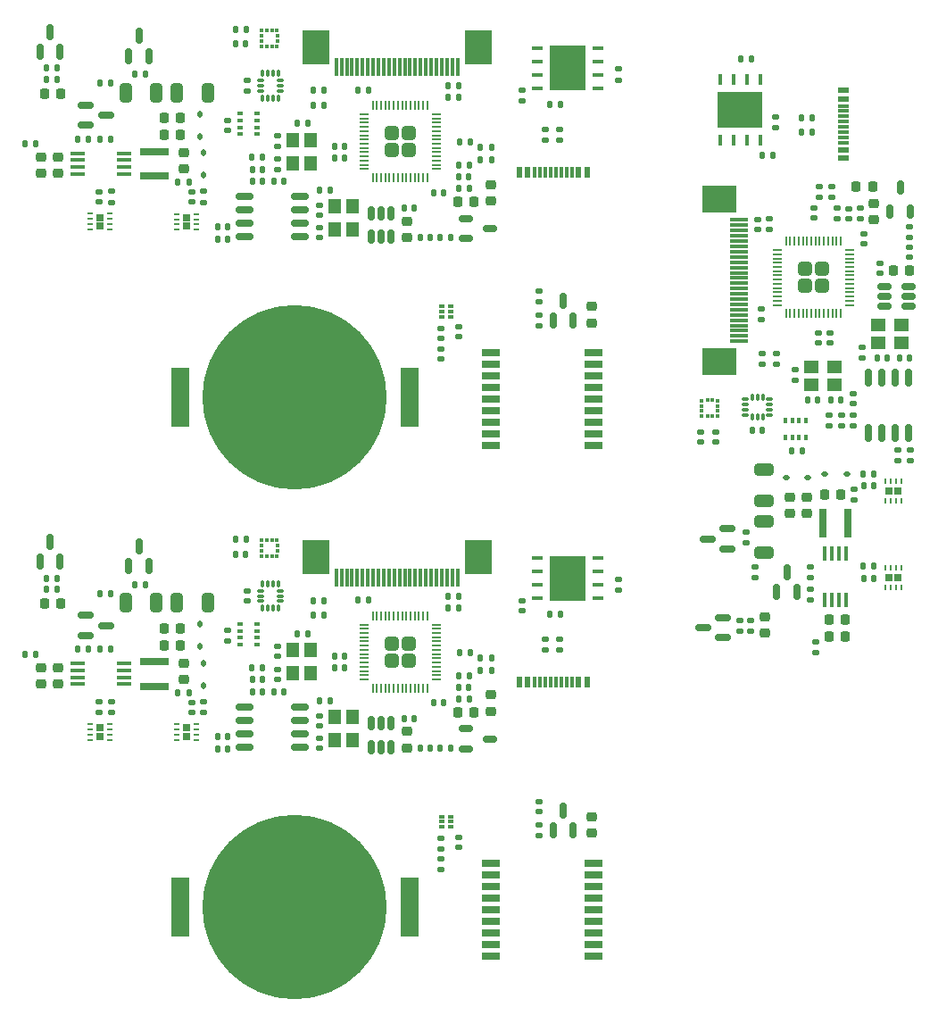
<source format=gbr>
%TF.GenerationSoftware,KiCad,Pcbnew,8.0.2*%
%TF.CreationDate,2024-05-05T17:49:43+09:00*%
%TF.ProjectId,ikafly_rev1_p,696b6166-6c79-45f7-9265-76315f702e6b,rev?*%
%TF.SameCoordinates,Original*%
%TF.FileFunction,Paste,Top*%
%TF.FilePolarity,Positive*%
%FSLAX46Y46*%
G04 Gerber Fmt 4.6, Leading zero omitted, Abs format (unit mm)*
G04 Created by KiCad (PCBNEW 8.0.2) date 2024-05-05 17:49:43*
%MOMM*%
%LPD*%
G01*
G04 APERTURE LIST*
G04 Aperture macros list*
%AMRoundRect*
0 Rectangle with rounded corners*
0 $1 Rounding radius*
0 $2 $3 $4 $5 $6 $7 $8 $9 X,Y pos of 4 corners*
0 Add a 4 corners polygon primitive as box body*
4,1,4,$2,$3,$4,$5,$6,$7,$8,$9,$2,$3,0*
0 Add four circle primitives for the rounded corners*
1,1,$1+$1,$2,$3*
1,1,$1+$1,$4,$5*
1,1,$1+$1,$6,$7*
1,1,$1+$1,$8,$9*
0 Add four rect primitives between the rounded corners*
20,1,$1+$1,$2,$3,$4,$5,0*
20,1,$1+$1,$4,$5,$6,$7,0*
20,1,$1+$1,$6,$7,$8,$9,0*
20,1,$1+$1,$8,$9,$2,$3,0*%
G04 Aperture macros list end*
%ADD10R,0.450000X1.425000*%
%ADD11RoundRect,0.135000X0.185000X-0.135000X0.185000X0.135000X-0.185000X0.135000X-0.185000X-0.135000X0*%
%ADD12RoundRect,0.140000X0.140000X0.170000X-0.140000X0.170000X-0.140000X-0.170000X0.140000X-0.170000X0*%
%ADD13RoundRect,0.140000X0.170000X-0.140000X0.170000X0.140000X-0.170000X0.140000X-0.170000X-0.140000X0*%
%ADD14RoundRect,0.135000X-0.185000X0.135000X-0.185000X-0.135000X0.185000X-0.135000X0.185000X0.135000X0*%
%ADD15RoundRect,0.225000X0.250000X-0.225000X0.250000X0.225000X-0.250000X0.225000X-0.250000X-0.225000X0*%
%ADD16RoundRect,0.225000X-0.250000X0.225000X-0.250000X-0.225000X0.250000X-0.225000X0.250000X0.225000X0*%
%ADD17RoundRect,0.150000X0.150000X-0.675000X0.150000X0.675000X-0.150000X0.675000X-0.150000X-0.675000X0*%
%ADD18RoundRect,0.250000X-0.650000X0.325000X-0.650000X-0.325000X0.650000X-0.325000X0.650000X0.325000X0*%
%ADD19RoundRect,0.140000X-0.170000X0.140000X-0.170000X-0.140000X0.170000X-0.140000X0.170000X0.140000X0*%
%ADD20RoundRect,0.147500X-0.172500X0.147500X-0.172500X-0.147500X0.172500X-0.147500X0.172500X0.147500X0*%
%ADD21R,1.400000X1.200000*%
%ADD22RoundRect,0.135000X0.135000X0.185000X-0.135000X0.185000X-0.135000X-0.185000X0.135000X-0.185000X0*%
%ADD23RoundRect,0.147500X0.172500X-0.147500X0.172500X0.147500X-0.172500X0.147500X-0.172500X-0.147500X0*%
%ADD24RoundRect,0.218750X0.256250X-0.218750X0.256250X0.218750X-0.256250X0.218750X-0.256250X-0.218750X0*%
%ADD25R,0.650000X0.750000*%
%ADD26R,0.250000X0.500000*%
%ADD27RoundRect,0.225000X0.225000X0.250000X-0.225000X0.250000X-0.225000X-0.250000X0.225000X-0.250000X0*%
%ADD28R,0.450000X1.050000*%
%ADD29R,4.350000X3.450000*%
%ADD30R,0.375000X0.350000*%
%ADD31R,0.350000X0.375000*%
%ADD32RoundRect,0.150000X0.587500X0.150000X-0.587500X0.150000X-0.587500X-0.150000X0.587500X-0.150000X0*%
%ADD33RoundRect,0.150000X0.150000X-0.512500X0.150000X0.512500X-0.150000X0.512500X-0.150000X-0.512500X0*%
%ADD34RoundRect,0.150000X0.512500X0.150000X-0.512500X0.150000X-0.512500X-0.150000X0.512500X-0.150000X0*%
%ADD35RoundRect,0.249999X-0.395001X-0.395001X0.395001X-0.395001X0.395001X0.395001X-0.395001X0.395001X0*%
%ADD36RoundRect,0.050000X-0.387500X-0.050000X0.387500X-0.050000X0.387500X0.050000X-0.387500X0.050000X0*%
%ADD37RoundRect,0.050000X-0.050000X-0.387500X0.050000X-0.387500X0.050000X0.387500X-0.050000X0.387500X0*%
%ADD38RoundRect,0.140000X-0.140000X-0.170000X0.140000X-0.170000X0.140000X0.170000X-0.140000X0.170000X0*%
%ADD39R,0.350000X0.500000*%
%ADD40RoundRect,0.150000X0.150000X-0.587500X0.150000X0.587500X-0.150000X0.587500X-0.150000X-0.587500X0*%
%ADD41RoundRect,0.087500X-0.225000X-0.087500X0.225000X-0.087500X0.225000X0.087500X-0.225000X0.087500X0*%
%ADD42RoundRect,0.087500X-0.087500X-0.225000X0.087500X-0.225000X0.087500X0.225000X-0.087500X0.225000X0*%
%ADD43RoundRect,0.218750X-0.218750X-0.256250X0.218750X-0.256250X0.218750X0.256250X-0.218750X0.256250X0*%
%ADD44RoundRect,0.112500X-0.187500X-0.112500X0.187500X-0.112500X0.187500X0.112500X-0.187500X0.112500X0*%
%ADD45RoundRect,0.112500X0.187500X0.112500X-0.187500X0.112500X-0.187500X-0.112500X0.187500X-0.112500X0*%
%ADD46R,3.200000X2.500000*%
%ADD47R,1.800000X0.350000*%
%ADD48R,1.140000X0.600000*%
%ADD49R,1.140000X0.300000*%
%ADD50RoundRect,0.225000X-0.225000X-0.250000X0.225000X-0.250000X0.225000X0.250000X-0.225000X0.250000X0*%
%ADD51R,0.800000X2.700000*%
%ADD52R,1.425000X0.450000*%
%ADD53RoundRect,0.135000X-0.135000X-0.185000X0.135000X-0.185000X0.135000X0.185000X-0.135000X0.185000X0*%
%ADD54RoundRect,0.150000X-0.675000X-0.150000X0.675000X-0.150000X0.675000X0.150000X-0.675000X0.150000X0*%
%ADD55RoundRect,0.250000X0.325000X0.650000X-0.325000X0.650000X-0.325000X-0.650000X0.325000X-0.650000X0*%
%ADD56RoundRect,0.147500X0.147500X0.172500X-0.147500X0.172500X-0.147500X-0.172500X0.147500X-0.172500X0*%
%ADD57R,0.600000X0.300000*%
%ADD58R,1.200000X1.400000*%
%ADD59RoundRect,0.147500X-0.147500X-0.172500X0.147500X-0.172500X0.147500X0.172500X-0.147500X0.172500X0*%
%ADD60R,0.750000X0.650000*%
%ADD61R,0.500000X0.250000*%
%ADD62R,1.050000X0.450000*%
%ADD63R,3.450000X4.350000*%
%ADD64RoundRect,0.150000X-0.512500X-0.150000X0.512500X-0.150000X0.512500X0.150000X-0.512500X0.150000X0*%
%ADD65R,1.750000X5.600000*%
%ADD66C,17.500000*%
%ADD67RoundRect,0.249999X-0.395001X0.395001X-0.395001X-0.395001X0.395001X-0.395001X0.395001X0.395001X0*%
%ADD68RoundRect,0.050000X-0.050000X0.387500X-0.050000X-0.387500X0.050000X-0.387500X0.050000X0.387500X0*%
%ADD69RoundRect,0.050000X-0.387500X0.050000X-0.387500X-0.050000X0.387500X-0.050000X0.387500X0.050000X0*%
%ADD70R,0.500000X0.350000*%
%ADD71RoundRect,0.150000X-0.587500X-0.150000X0.587500X-0.150000X0.587500X0.150000X-0.587500X0.150000X0*%
%ADD72RoundRect,0.087500X-0.087500X0.225000X-0.087500X-0.225000X0.087500X-0.225000X0.087500X0.225000X0*%
%ADD73RoundRect,0.087500X-0.225000X0.087500X-0.225000X-0.087500X0.225000X-0.087500X0.225000X0.087500X0*%
%ADD74RoundRect,0.218750X-0.256250X0.218750X-0.256250X-0.218750X0.256250X-0.218750X0.256250X0.218750X0*%
%ADD75RoundRect,0.112500X-0.112500X0.187500X-0.112500X-0.187500X0.112500X-0.187500X0.112500X0.187500X0*%
%ADD76RoundRect,0.112500X0.112500X-0.187500X0.112500X0.187500X-0.112500X0.187500X-0.112500X-0.187500X0*%
%ADD77R,2.500000X3.200000*%
%ADD78R,0.350000X1.800000*%
%ADD79R,0.600000X1.140000*%
%ADD80R,0.300000X1.140000*%
%ADD81R,1.800000X0.800000*%
%ADD82R,2.700000X0.800000*%
G04 APERTURE END LIST*
D10*
%TO.C,PS1*%
X168375000Y-102313000D03*
X167725000Y-102313000D03*
X167075000Y-102313000D03*
X166425000Y-102313000D03*
X166425000Y-106737000D03*
X167075000Y-106737000D03*
X167725000Y-106737000D03*
X168375000Y-106737000D03*
%TD*%
D11*
%TO.C,R4*%
X163600000Y-85910000D03*
X163600000Y-84890000D03*
%TD*%
D12*
%TO.C,C23*%
X160480000Y-90650000D03*
X159520000Y-90650000D03*
%TD*%
D13*
%TO.C,C27*%
X167950000Y-90180000D03*
X167950000Y-89220000D03*
%TD*%
D11*
%TO.C,R9*%
X161850000Y-84360000D03*
X161850000Y-83340000D03*
%TD*%
D14*
%TO.C,R22*%
X169150000Y-96190000D03*
X169150000Y-97210000D03*
%TD*%
D15*
%TO.C,C36*%
X171050000Y-70675000D03*
X171050000Y-69125000D03*
%TD*%
D11*
%TO.C,R5*%
X161750000Y-61910000D03*
X161750000Y-60890000D03*
%TD*%
D13*
%TO.C,C3*%
X165350000Y-70480000D03*
X165350000Y-69520000D03*
%TD*%
D16*
%TO.C,C41*%
X160750000Y-108325000D03*
X160750000Y-109875000D03*
%TD*%
D17*
%TO.C,IC10*%
X170540000Y-90925000D03*
X171810000Y-90925000D03*
X173080000Y-90925000D03*
X174350000Y-90925000D03*
X174350000Y-85675000D03*
X173080000Y-85675000D03*
X171810000Y-85675000D03*
X170540000Y-85675000D03*
%TD*%
D13*
%TO.C,C24*%
X154650000Y-91730000D03*
X154650000Y-90770000D03*
%TD*%
D18*
%TO.C,C37*%
X160650000Y-99250000D03*
X160650000Y-102200000D03*
%TD*%
D19*
%TO.C,C25*%
X156050000Y-90820000D03*
X156050000Y-91780000D03*
%TD*%
D20*
%TO.C,L4*%
X174430000Y-71355000D03*
X174430000Y-72325000D03*
%TD*%
D13*
%TO.C,C4*%
X167550000Y-70560000D03*
X167550000Y-69600000D03*
%TD*%
D19*
%TO.C,C5*%
X166850000Y-81420000D03*
X166850000Y-82380000D03*
%TD*%
D21*
%TO.C,Y2*%
X173650000Y-80640000D03*
X171450000Y-80640000D03*
X171450000Y-82340000D03*
X173650000Y-82340000D03*
%TD*%
D19*
%TO.C,C31*%
X174412500Y-73270000D03*
X174412500Y-74230000D03*
%TD*%
D11*
%TO.C,R8*%
X160450000Y-84360000D03*
X160450000Y-83340000D03*
%TD*%
D22*
%TO.C,R11*%
X165160000Y-62400000D03*
X164140000Y-62400000D03*
%TD*%
D23*
%TO.C,L3*%
X169100000Y-88135000D03*
X169100000Y-87165000D03*
%TD*%
D24*
%TO.C,F1*%
X164700000Y-98537500D03*
X164700000Y-96962500D03*
%TD*%
D19*
%TO.C,C30*%
X174550000Y-92520000D03*
X174550000Y-93480000D03*
%TD*%
D25*
%TO.C,IC14*%
X172520000Y-96400000D03*
X173320000Y-96400000D03*
D26*
X172170000Y-97350000D03*
X172670000Y-97350000D03*
X173170000Y-97350000D03*
X173670000Y-97350000D03*
X173670000Y-95450000D03*
X173170000Y-95450000D03*
X172670000Y-95450000D03*
X172170000Y-95450000D03*
%TD*%
D27*
%TO.C,C42*%
X168325000Y-108600000D03*
X166775000Y-108600000D03*
%TD*%
D22*
%TO.C,R3*%
X159460000Y-55400000D03*
X158440000Y-55400000D03*
%TD*%
D28*
%TO.C,IC1*%
X160250000Y-57400000D03*
X158980000Y-57400000D03*
X157710000Y-57400000D03*
X156440000Y-57400000D03*
X156440000Y-63100000D03*
X157710000Y-63100000D03*
X158980000Y-63100000D03*
X160250000Y-63100000D03*
D29*
X158345000Y-60250000D03*
%TD*%
D30*
%TO.C,IC8*%
X154737500Y-87812500D03*
X154737500Y-88312500D03*
X154737500Y-88812500D03*
X154737500Y-89312500D03*
D31*
X155250000Y-89325000D03*
X155750000Y-89325000D03*
D30*
X156262500Y-89312500D03*
X156262500Y-88812500D03*
X156262500Y-88312500D03*
X156262500Y-87812500D03*
D31*
X155750000Y-87800000D03*
X155250000Y-87800000D03*
%TD*%
D32*
%TO.C,Q2*%
X157185000Y-101880000D03*
X157185000Y-99980000D03*
X155310000Y-100930000D03*
%TD*%
D22*
%TO.C,R28*%
X171060000Y-94800000D03*
X170040000Y-94800000D03*
%TD*%
D13*
%TO.C,C28*%
X169100000Y-90180000D03*
X169100000Y-89220000D03*
%TD*%
D33*
%TO.C,IC12*%
X172600000Y-69875000D03*
X174500000Y-69875000D03*
X173550000Y-67600000D03*
%TD*%
D21*
%TO.C,Y1*%
X165150000Y-86300000D03*
X167350000Y-86300000D03*
X167350000Y-84600000D03*
X165150000Y-84600000D03*
%TD*%
D12*
%TO.C,C32*%
X174430000Y-83790000D03*
X173470000Y-83790000D03*
%TD*%
D14*
%TO.C,R19*%
X158950000Y-100290000D03*
X158950000Y-101310000D03*
%TD*%
D11*
%TO.C,R21*%
X165050000Y-104610000D03*
X165050000Y-103590000D03*
%TD*%
D34*
%TO.C,IC11*%
X174350000Y-78900000D03*
X174350000Y-77950000D03*
X174350000Y-77000000D03*
X172075000Y-77000000D03*
X172075000Y-77950000D03*
X172075000Y-78900000D03*
%TD*%
D35*
%TO.C,IC2*%
X164512500Y-75350000D03*
X164512500Y-76950000D03*
X166112500Y-75350000D03*
X166112500Y-76950000D03*
D36*
X161875000Y-73550000D03*
X161875000Y-73950000D03*
X161875000Y-74350000D03*
X161875000Y-74750000D03*
X161875000Y-75150000D03*
X161875000Y-75550000D03*
X161875000Y-75950000D03*
X161875000Y-76350000D03*
X161875000Y-76750000D03*
X161875000Y-77150000D03*
X161875000Y-77550000D03*
X161875000Y-77950000D03*
X161875000Y-78350000D03*
X161875000Y-78750000D03*
D37*
X162712500Y-79587500D03*
X163112500Y-79587500D03*
X163512500Y-79587500D03*
X163912500Y-79587500D03*
X164312500Y-79587500D03*
X164712500Y-79587500D03*
X165112500Y-79587500D03*
X165512500Y-79587500D03*
X165912500Y-79587500D03*
X166312500Y-79587500D03*
X166712500Y-79587500D03*
X167112500Y-79587500D03*
X167512500Y-79587500D03*
X167912500Y-79587500D03*
D36*
X168750000Y-78750000D03*
X168750000Y-78350000D03*
X168750000Y-77950000D03*
X168750000Y-77550000D03*
X168750000Y-77150000D03*
X168750000Y-76750000D03*
X168750000Y-76350000D03*
X168750000Y-75950000D03*
X168750000Y-75550000D03*
X168750000Y-75150000D03*
X168750000Y-74750000D03*
X168750000Y-74350000D03*
X168750000Y-73950000D03*
X168750000Y-73550000D03*
D37*
X167912500Y-72712500D03*
X167512500Y-72712500D03*
X167112500Y-72712500D03*
X166712500Y-72712500D03*
X166312500Y-72712500D03*
X165912500Y-72712500D03*
X165512500Y-72712500D03*
X165112500Y-72712500D03*
X164712500Y-72712500D03*
X164312500Y-72712500D03*
X163912500Y-72712500D03*
X163512500Y-72712500D03*
X163112500Y-72712500D03*
X162712500Y-72712500D03*
%TD*%
D12*
%TO.C,C46*%
X171050000Y-95900000D03*
X170090000Y-95900000D03*
%TD*%
D14*
%TO.C,R2*%
X167050000Y-67490000D03*
X167050000Y-68510000D03*
%TD*%
D11*
%TO.C,R15*%
X160400000Y-80110000D03*
X160400000Y-79090000D03*
%TD*%
D13*
%TO.C,C6*%
X161150000Y-71560000D03*
X161150000Y-70600000D03*
%TD*%
D14*
%TO.C,R23*%
X165050000Y-105680000D03*
X165050000Y-106700000D03*
%TD*%
D19*
%TO.C,C12*%
X170150000Y-72020000D03*
X170150000Y-72980000D03*
%TD*%
D38*
%TO.C,C11*%
X160470000Y-64600000D03*
X161430000Y-64600000D03*
%TD*%
D19*
%TO.C,C8*%
X165750000Y-81400000D03*
X165750000Y-82360000D03*
%TD*%
D13*
%TO.C,C33*%
X171600000Y-75760000D03*
X171600000Y-74800000D03*
%TD*%
%TO.C,C7*%
X169750000Y-70560000D03*
X169750000Y-69600000D03*
%TD*%
D12*
%TO.C,C44*%
X171030000Y-104700000D03*
X170070000Y-104700000D03*
%TD*%
D39*
%TO.C,IC9*%
X162669057Y-89705000D03*
X163319057Y-89705000D03*
X163969057Y-89705000D03*
X164619057Y-89705000D03*
X164609057Y-91305000D03*
X163959057Y-91305000D03*
X163309057Y-91305000D03*
X162659057Y-91305000D03*
%TD*%
D14*
%TO.C,R1*%
X165850000Y-67490000D03*
X165850000Y-68510000D03*
%TD*%
D19*
%TO.C,C29*%
X173350000Y-92520000D03*
X173350000Y-93480000D03*
%TD*%
D40*
%TO.C,Q3*%
X161850000Y-105937500D03*
X163750000Y-105937500D03*
X162800000Y-104062500D03*
%TD*%
D18*
%TO.C,C38*%
X160650000Y-94400000D03*
X160650000Y-97350000D03*
%TD*%
D11*
%TO.C,R16*%
X169950000Y-83800000D03*
X169950000Y-82780000D03*
%TD*%
D13*
%TO.C,C9*%
X160050000Y-71580000D03*
X160050000Y-70620000D03*
%TD*%
D27*
%TO.C,C43*%
X168325000Y-110200000D03*
X166775000Y-110200000D03*
%TD*%
%TO.C,C35*%
X170925000Y-67500000D03*
X169375000Y-67500000D03*
%TD*%
D14*
%TO.C,R20*%
X159750000Y-103560000D03*
X159750000Y-104580000D03*
%TD*%
D41*
%TO.C,IC7*%
X158837500Y-87700000D03*
X158837500Y-88200000D03*
X158837500Y-88700000D03*
X158837500Y-89200000D03*
D42*
X159500000Y-89362500D03*
X160000000Y-89362500D03*
X160500000Y-89362500D03*
D41*
X161162500Y-89200000D03*
X161162500Y-88700000D03*
X161162500Y-88200000D03*
X161162500Y-87700000D03*
D42*
X160500000Y-87537500D03*
X160000000Y-87537500D03*
X159500000Y-87537500D03*
%TD*%
D43*
%TO.C,L5*%
X172862500Y-75450000D03*
X174437500Y-75450000D03*
%TD*%
D44*
%TO.C,D4*%
X166400000Y-94800000D03*
X168500000Y-94800000D03*
%TD*%
D45*
%TO.C,D3*%
X164800000Y-95100000D03*
X162700000Y-95100000D03*
%TD*%
D46*
%TO.C,J8*%
X156350000Y-84150000D03*
X156350000Y-68750000D03*
D47*
X158250000Y-82200000D03*
X158250000Y-81700000D03*
X158250000Y-81200000D03*
X158250000Y-80700000D03*
X158250000Y-80200000D03*
X158250000Y-79700000D03*
X158250000Y-79200000D03*
X158250000Y-78700000D03*
X158250000Y-78200000D03*
X158250000Y-77700000D03*
X158250000Y-77200000D03*
X158250000Y-76700000D03*
X158250000Y-76200000D03*
X158250000Y-75700000D03*
X158250000Y-75200000D03*
X158250000Y-74700000D03*
X158250000Y-74200000D03*
X158250000Y-73700000D03*
X158250000Y-73200000D03*
X158250000Y-72700000D03*
X158250000Y-72200000D03*
X158250000Y-71700000D03*
X158250000Y-71200000D03*
X158250000Y-70700000D03*
%TD*%
D22*
%TO.C,R10*%
X165160000Y-61000000D03*
X164140000Y-61000000D03*
%TD*%
D32*
%TO.C,Q4*%
X156770000Y-110310000D03*
X156770000Y-108410000D03*
X154895000Y-109360000D03*
%TD*%
D25*
%TO.C,IC13*%
X172500000Y-104600000D03*
X173300000Y-104600000D03*
D26*
X172150000Y-105550000D03*
X172650000Y-105550000D03*
X173150000Y-105550000D03*
X173650000Y-105550000D03*
X173650000Y-103650000D03*
X173150000Y-103650000D03*
X172650000Y-103650000D03*
X172150000Y-103650000D03*
%TD*%
D11*
%TO.C,R26*%
X158320000Y-109730000D03*
X158320000Y-108710000D03*
%TD*%
D14*
%TO.C,R25*%
X159380000Y-108700000D03*
X159380000Y-109720000D03*
%TD*%
D48*
%TO.C,J6*%
X168200000Y-64820000D03*
X168200000Y-64020000D03*
D49*
X168200000Y-63370000D03*
X168200000Y-62870000D03*
X168200000Y-62370000D03*
X168200000Y-61870000D03*
X168200000Y-61370000D03*
X168200000Y-60870000D03*
X168200000Y-60370000D03*
X168200000Y-59870000D03*
D48*
X168200000Y-59220000D03*
X168200000Y-58420000D03*
%TD*%
D13*
%TO.C,C10*%
X168650000Y-70580000D03*
X168650000Y-69620000D03*
%TD*%
D50*
%TO.C,C40*%
X166375000Y-96700000D03*
X167925000Y-96700000D03*
%TD*%
D16*
%TO.C,C39*%
X163050000Y-96975000D03*
X163050000Y-98525000D03*
%TD*%
D12*
%TO.C,C26*%
X164230000Y-92550000D03*
X163270000Y-92550000D03*
%TD*%
D14*
%TO.C,R24*%
X165550000Y-110690000D03*
X165550000Y-111710000D03*
%TD*%
D38*
%TO.C,C2*%
X166970000Y-87750000D03*
X167930000Y-87750000D03*
%TD*%
D22*
%TO.C,R27*%
X171060000Y-103500000D03*
X170040000Y-103500000D03*
%TD*%
D12*
%TO.C,C1*%
X165730000Y-87750000D03*
X164770000Y-87750000D03*
%TD*%
D51*
%TO.C,L6*%
X166250000Y-99425000D03*
X168550000Y-99425000D03*
%TD*%
D23*
%TO.C,L2*%
X166800000Y-90185000D03*
X166800000Y-89215000D03*
%TD*%
D38*
%TO.C,C34*%
X171350000Y-83790000D03*
X172310000Y-83790000D03*
%TD*%
D52*
%TO.C,PS1*%
X99937000Y-114725000D03*
X99937000Y-114075000D03*
X99937000Y-113425000D03*
X99937000Y-112775000D03*
X95513000Y-112775000D03*
X95513000Y-113425000D03*
X95513000Y-114075000D03*
X95513000Y-114725000D03*
%TD*%
D53*
%TO.C,R4*%
X116340000Y-109950000D03*
X117360000Y-109950000D03*
%TD*%
D13*
%TO.C,C23*%
X111600000Y-106830000D03*
X111600000Y-105870000D03*
%TD*%
D38*
%TO.C,C27*%
X112070000Y-114300000D03*
X113030000Y-114300000D03*
%TD*%
D53*
%TO.C,R9*%
X117890000Y-108200000D03*
X118910000Y-108200000D03*
%TD*%
D22*
%TO.C,R22*%
X106060000Y-115500000D03*
X105040000Y-115500000D03*
%TD*%
D50*
%TO.C,C36*%
X131575000Y-117400000D03*
X133125000Y-117400000D03*
%TD*%
D53*
%TO.C,R5*%
X140340000Y-108100000D03*
X141360000Y-108100000D03*
%TD*%
D38*
%TO.C,C3*%
X131770000Y-111700000D03*
X132730000Y-111700000D03*
%TD*%
D27*
%TO.C,C41*%
X93925000Y-107100000D03*
X92375000Y-107100000D03*
%TD*%
D54*
%TO.C,IC10*%
X111325000Y-116890000D03*
X111325000Y-118160000D03*
X111325000Y-119430000D03*
X111325000Y-120700000D03*
X116575000Y-120700000D03*
X116575000Y-119430000D03*
X116575000Y-118160000D03*
X116575000Y-116890000D03*
%TD*%
D38*
%TO.C,C24*%
X110520000Y-101000000D03*
X111480000Y-101000000D03*
%TD*%
D13*
%TO.C,C13*%
X129950000Y-132280000D03*
X129950000Y-131320000D03*
%TD*%
D55*
%TO.C,C37*%
X103000000Y-107000000D03*
X100050000Y-107000000D03*
%TD*%
D12*
%TO.C,C25*%
X111430000Y-102400000D03*
X110470000Y-102400000D03*
%TD*%
D23*
%TO.C,L1*%
X129950000Y-130320000D03*
X129950000Y-129350000D03*
%TD*%
D56*
%TO.C,L4*%
X130895000Y-120780000D03*
X129925000Y-120780000D03*
%TD*%
D57*
%TO.C,IC3*%
X130030000Y-127262500D03*
X130030000Y-127752500D03*
X130030000Y-128272500D03*
X130870000Y-128262500D03*
X130870000Y-127762500D03*
X130870000Y-127262500D03*
%TD*%
D38*
%TO.C,C4*%
X131690000Y-113900000D03*
X132650000Y-113900000D03*
%TD*%
D12*
%TO.C,C5*%
X120830000Y-113200000D03*
X119870000Y-113200000D03*
%TD*%
D58*
%TO.C,Y2*%
X121610000Y-120000000D03*
X121610000Y-117800000D03*
X119910000Y-117800000D03*
X119910000Y-120000000D03*
%TD*%
D12*
%TO.C,C31*%
X128980000Y-120762500D03*
X128020000Y-120762500D03*
%TD*%
D15*
%TO.C,C16*%
X144300000Y-128850000D03*
X144300000Y-127300000D03*
%TD*%
D53*
%TO.C,R8*%
X117890000Y-106800000D03*
X118910000Y-106800000D03*
%TD*%
D11*
%TO.C,R11*%
X139850000Y-111510000D03*
X139850000Y-110490000D03*
%TD*%
D59*
%TO.C,L3*%
X114115000Y-115450000D03*
X115085000Y-115450000D03*
%TD*%
D43*
%TO.C,F1*%
X103712500Y-111050000D03*
X105287500Y-111050000D03*
%TD*%
D12*
%TO.C,C30*%
X109730000Y-120900000D03*
X108770000Y-120900000D03*
%TD*%
D60*
%TO.C,IC14*%
X105850000Y-118870000D03*
X105850000Y-119670000D03*
D61*
X104900000Y-118520000D03*
X104900000Y-119020000D03*
X104900000Y-119520000D03*
X104900000Y-120020000D03*
X106800000Y-120020000D03*
X106800000Y-119520000D03*
X106800000Y-119020000D03*
X106800000Y-118520000D03*
%TD*%
D15*
%TO.C,C42*%
X93650000Y-114675000D03*
X93650000Y-113125000D03*
%TD*%
D11*
%TO.C,R3*%
X146850000Y-105810000D03*
X146850000Y-104790000D03*
%TD*%
D62*
%TO.C,IC1*%
X144850000Y-106600000D03*
X144850000Y-105330000D03*
X144850000Y-104060000D03*
X144850000Y-102790000D03*
X139150000Y-102790000D03*
X139150000Y-104060000D03*
X139150000Y-105330000D03*
X139150000Y-106600000D03*
D63*
X142000000Y-104695000D03*
%TD*%
D31*
%TO.C,IC8*%
X114437500Y-101087500D03*
X113937500Y-101087500D03*
X113437500Y-101087500D03*
X112937500Y-101087500D03*
D30*
X112925000Y-101600000D03*
X112925000Y-102100000D03*
D31*
X112937500Y-102612500D03*
X113437500Y-102612500D03*
X113937500Y-102612500D03*
X114437500Y-102612500D03*
D30*
X114450000Y-102100000D03*
X114450000Y-101600000D03*
%TD*%
D13*
%TO.C,C15*%
X139300000Y-126810000D03*
X139300000Y-125850000D03*
%TD*%
D14*
%TO.C,R12*%
X139300000Y-128090000D03*
X139300000Y-129110000D03*
%TD*%
D40*
%TO.C,Q1*%
X140620000Y-128600000D03*
X142520000Y-128600000D03*
X141570000Y-126725000D03*
%TD*%
%TO.C,Q2*%
X100370000Y-103535000D03*
X102270000Y-103535000D03*
X101320000Y-101660000D03*
%TD*%
D11*
%TO.C,R28*%
X107450000Y-117410000D03*
X107450000Y-116390000D03*
%TD*%
D38*
%TO.C,C28*%
X112070000Y-115450000D03*
X113030000Y-115450000D03*
%TD*%
D64*
%TO.C,IC12*%
X132375000Y-118950000D03*
X132375000Y-120850000D03*
X134650000Y-119900000D03*
%TD*%
D65*
%TO.C,BT2*%
X105225000Y-135880000D03*
X126975000Y-135880000D03*
D66*
X116100000Y-135880000D03*
%TD*%
D58*
%TO.C,Y1*%
X115950000Y-111500000D03*
X115950000Y-113700000D03*
X117650000Y-113700000D03*
X117650000Y-111500000D03*
%TD*%
D13*
%TO.C,C32*%
X118460000Y-120780000D03*
X118460000Y-119820000D03*
%TD*%
D22*
%TO.C,R19*%
X101960000Y-105300000D03*
X100940000Y-105300000D03*
%TD*%
D53*
%TO.C,R21*%
X97640000Y-111400000D03*
X98660000Y-111400000D03*
%TD*%
D33*
%TO.C,IC11*%
X123350000Y-120700000D03*
X124300000Y-120700000D03*
X125250000Y-120700000D03*
X125250000Y-118425000D03*
X124300000Y-118425000D03*
X123350000Y-118425000D03*
%TD*%
D67*
%TO.C,IC2*%
X126900000Y-110862500D03*
X125300000Y-110862500D03*
X126900000Y-112462500D03*
X125300000Y-112462500D03*
D68*
X128700000Y-108225000D03*
X128300000Y-108225000D03*
X127900000Y-108225000D03*
X127500000Y-108225000D03*
X127100000Y-108225000D03*
X126700000Y-108225000D03*
X126300000Y-108225000D03*
X125900000Y-108225000D03*
X125500000Y-108225000D03*
X125100000Y-108225000D03*
X124700000Y-108225000D03*
X124300000Y-108225000D03*
X123900000Y-108225000D03*
X123500000Y-108225000D03*
D69*
X122662500Y-109062500D03*
X122662500Y-109462500D03*
X122662500Y-109862500D03*
X122662500Y-110262500D03*
X122662500Y-110662500D03*
X122662500Y-111062500D03*
X122662500Y-111462500D03*
X122662500Y-111862500D03*
X122662500Y-112262500D03*
X122662500Y-112662500D03*
X122662500Y-113062500D03*
X122662500Y-113462500D03*
X122662500Y-113862500D03*
X122662500Y-114262500D03*
D68*
X123500000Y-115100000D03*
X123900000Y-115100000D03*
X124300000Y-115100000D03*
X124700000Y-115100000D03*
X125100000Y-115100000D03*
X125500000Y-115100000D03*
X125900000Y-115100000D03*
X126300000Y-115100000D03*
X126700000Y-115100000D03*
X127100000Y-115100000D03*
X127500000Y-115100000D03*
X127900000Y-115100000D03*
X128300000Y-115100000D03*
X128700000Y-115100000D03*
D69*
X129537500Y-114262500D03*
X129537500Y-113862500D03*
X129537500Y-113462500D03*
X129537500Y-113062500D03*
X129537500Y-112662500D03*
X129537500Y-112262500D03*
X129537500Y-111862500D03*
X129537500Y-111462500D03*
X129537500Y-111062500D03*
X129537500Y-110662500D03*
X129537500Y-110262500D03*
X129537500Y-109862500D03*
X129537500Y-109462500D03*
X129537500Y-109062500D03*
%TD*%
D13*
%TO.C,C46*%
X106350000Y-117400000D03*
X106350000Y-116440000D03*
%TD*%
D22*
%TO.C,R2*%
X134760000Y-113400000D03*
X133740000Y-113400000D03*
%TD*%
D53*
%TO.C,R15*%
X122140000Y-106750000D03*
X123160000Y-106750000D03*
%TD*%
D38*
%TO.C,C6*%
X130690000Y-107500000D03*
X131650000Y-107500000D03*
%TD*%
D22*
%TO.C,R23*%
X96570000Y-111400000D03*
X95550000Y-111400000D03*
%TD*%
D12*
%TO.C,C12*%
X130230000Y-116500000D03*
X129270000Y-116500000D03*
%TD*%
D19*
%TO.C,C11*%
X137650000Y-106820000D03*
X137650000Y-107780000D03*
%TD*%
D12*
%TO.C,C8*%
X120850000Y-112100000D03*
X119890000Y-112100000D03*
%TD*%
D38*
%TO.C,C33*%
X126490000Y-117950000D03*
X127450000Y-117950000D03*
%TD*%
%TO.C,C7*%
X131690000Y-116100000D03*
X132650000Y-116100000D03*
%TD*%
D13*
%TO.C,C44*%
X97550000Y-117380000D03*
X97550000Y-116420000D03*
%TD*%
D70*
%TO.C,IC9*%
X112545000Y-109019057D03*
X112545000Y-109669057D03*
X112545000Y-110319057D03*
X112545000Y-110969057D03*
X110945000Y-110959057D03*
X110945000Y-110309057D03*
X110945000Y-109659057D03*
X110945000Y-109009057D03*
%TD*%
D22*
%TO.C,R1*%
X134760000Y-112200000D03*
X133740000Y-112200000D03*
%TD*%
D12*
%TO.C,C29*%
X109730000Y-119700000D03*
X108770000Y-119700000D03*
%TD*%
D71*
%TO.C,Q3*%
X96312500Y-108200000D03*
X96312500Y-110100000D03*
X98187500Y-109150000D03*
%TD*%
D55*
%TO.C,C38*%
X107850000Y-107000000D03*
X104900000Y-107000000D03*
%TD*%
D53*
%TO.C,R16*%
X118450000Y-116300000D03*
X119470000Y-116300000D03*
%TD*%
D38*
%TO.C,C9*%
X130670000Y-106400000D03*
X131630000Y-106400000D03*
%TD*%
D15*
%TO.C,C43*%
X92050000Y-114675000D03*
X92050000Y-113125000D03*
%TD*%
%TO.C,C35*%
X134750000Y-117275000D03*
X134750000Y-115725000D03*
%TD*%
D22*
%TO.C,R20*%
X98690000Y-106100000D03*
X97670000Y-106100000D03*
%TD*%
D72*
%TO.C,IC7*%
X114550000Y-105187500D03*
X114050000Y-105187500D03*
X113550000Y-105187500D03*
X113050000Y-105187500D03*
D73*
X112887500Y-105850000D03*
X112887500Y-106350000D03*
X112887500Y-106850000D03*
D72*
X113050000Y-107512500D03*
X113550000Y-107512500D03*
X114050000Y-107512500D03*
X114550000Y-107512500D03*
D73*
X114712500Y-106850000D03*
X114712500Y-106350000D03*
X114712500Y-105850000D03*
%TD*%
D74*
%TO.C,L5*%
X126800000Y-119212500D03*
X126800000Y-120787500D03*
%TD*%
D19*
%TO.C,C14*%
X131650000Y-129220000D03*
X131650000Y-130180000D03*
%TD*%
D75*
%TO.C,D4*%
X107450000Y-112750000D03*
X107450000Y-114850000D03*
%TD*%
D76*
%TO.C,D3*%
X107150000Y-111150000D03*
X107150000Y-109050000D03*
%TD*%
D77*
%TO.C,J8*%
X118100000Y-102700000D03*
X133500000Y-102700000D03*
D78*
X120050000Y-104600000D03*
X120550000Y-104600000D03*
X121050000Y-104600000D03*
X121550000Y-104600000D03*
X122050000Y-104600000D03*
X122550000Y-104600000D03*
X123050000Y-104600000D03*
X123550000Y-104600000D03*
X124050000Y-104600000D03*
X124550000Y-104600000D03*
X125050000Y-104600000D03*
X125550000Y-104600000D03*
X126050000Y-104600000D03*
X126550000Y-104600000D03*
X127050000Y-104600000D03*
X127550000Y-104600000D03*
X128050000Y-104600000D03*
X128550000Y-104600000D03*
X129050000Y-104600000D03*
X129550000Y-104600000D03*
X130050000Y-104600000D03*
X130550000Y-104600000D03*
X131050000Y-104600000D03*
X131550000Y-104600000D03*
%TD*%
D11*
%TO.C,R10*%
X141250000Y-111510000D03*
X141250000Y-110490000D03*
%TD*%
D40*
%TO.C,Q4*%
X91940000Y-103120000D03*
X93840000Y-103120000D03*
X92890000Y-101245000D03*
%TD*%
D60*
%TO.C,IC13*%
X97650000Y-118850000D03*
X97650000Y-119650000D03*
D61*
X96700000Y-118500000D03*
X96700000Y-119000000D03*
X96700000Y-119500000D03*
X96700000Y-120000000D03*
X98600000Y-120000000D03*
X98600000Y-119500000D03*
X98600000Y-119000000D03*
X98600000Y-118500000D03*
%TD*%
D53*
%TO.C,R26*%
X92520000Y-104670000D03*
X93540000Y-104670000D03*
%TD*%
D22*
%TO.C,R25*%
X93550000Y-105730000D03*
X92530000Y-105730000D03*
%TD*%
D79*
%TO.C,J6*%
X137430000Y-114550000D03*
X138230000Y-114550000D03*
D80*
X138880000Y-114550000D03*
X139380000Y-114550000D03*
X139880000Y-114550000D03*
X140380000Y-114550000D03*
X140880000Y-114550000D03*
X141380000Y-114550000D03*
X141880000Y-114550000D03*
X142380000Y-114550000D03*
D79*
X143030000Y-114550000D03*
X143830000Y-114550000D03*
%TD*%
D38*
%TO.C,C10*%
X131670000Y-115000000D03*
X132630000Y-115000000D03*
%TD*%
D16*
%TO.C,C40*%
X105550000Y-112725000D03*
X105550000Y-114275000D03*
%TD*%
D27*
%TO.C,C39*%
X105275000Y-109400000D03*
X103725000Y-109400000D03*
%TD*%
D13*
%TO.C,C26*%
X109700000Y-110580000D03*
X109700000Y-109620000D03*
%TD*%
D22*
%TO.C,R24*%
X91560000Y-111900000D03*
X90540000Y-111900000D03*
%TD*%
D19*
%TO.C,C2*%
X114500000Y-113320000D03*
X114500000Y-114280000D03*
%TD*%
D81*
%TO.C,IC4*%
X144450000Y-140500000D03*
X144450000Y-139400000D03*
X144450000Y-138300000D03*
X144450000Y-137200000D03*
X144450000Y-136100000D03*
X144450000Y-135000000D03*
X144450000Y-133900000D03*
X144450000Y-132800000D03*
X144450000Y-131700000D03*
X134750000Y-131700000D03*
X134750000Y-132800000D03*
X134750000Y-133900000D03*
X134750000Y-135000000D03*
X134750000Y-136100000D03*
X134750000Y-137200000D03*
X134750000Y-138300000D03*
X134750000Y-139400000D03*
X134750000Y-140500000D03*
%TD*%
D11*
%TO.C,R27*%
X98750000Y-117410000D03*
X98750000Y-116390000D03*
%TD*%
D13*
%TO.C,C1*%
X114500000Y-112080000D03*
X114500000Y-111120000D03*
%TD*%
D82*
%TO.C,L6*%
X102825000Y-112600000D03*
X102825000Y-114900000D03*
%TD*%
D59*
%TO.C,L2*%
X112065000Y-113150000D03*
X113035000Y-113150000D03*
%TD*%
D19*
%TO.C,C34*%
X118460000Y-117700000D03*
X118460000Y-118660000D03*
%TD*%
D13*
%TO.C,C23*%
X111600000Y-58430000D03*
X111600000Y-57470000D03*
%TD*%
D50*
%TO.C,C36*%
X131575000Y-69000000D03*
X133125000Y-69000000D03*
%TD*%
D53*
%TO.C,R5*%
X140340000Y-59700000D03*
X141360000Y-59700000D03*
%TD*%
D38*
%TO.C,C27*%
X112070000Y-65900000D03*
X113030000Y-65900000D03*
%TD*%
%TO.C,C3*%
X131770000Y-63300000D03*
X132730000Y-63300000D03*
%TD*%
D27*
%TO.C,C41*%
X93925000Y-58700000D03*
X92375000Y-58700000D03*
%TD*%
D12*
%TO.C,C25*%
X111430000Y-54000000D03*
X110470000Y-54000000D03*
%TD*%
D56*
%TO.C,L4*%
X130895000Y-72380000D03*
X129925000Y-72380000D03*
%TD*%
D22*
%TO.C,R22*%
X106060000Y-67100000D03*
X105040000Y-67100000D03*
%TD*%
D38*
%TO.C,C24*%
X110520000Y-52600000D03*
X111480000Y-52600000D03*
%TD*%
D23*
%TO.C,L1*%
X129950000Y-81920000D03*
X129950000Y-80950000D03*
%TD*%
D53*
%TO.C,R4*%
X116340000Y-61550000D03*
X117360000Y-61550000D03*
%TD*%
%TO.C,R9*%
X117890000Y-59800000D03*
X118910000Y-59800000D03*
%TD*%
D52*
%TO.C,PS1*%
X99937000Y-66325000D03*
X99937000Y-65675000D03*
X99937000Y-65025000D03*
X99937000Y-64375000D03*
X95513000Y-64375000D03*
X95513000Y-65025000D03*
X95513000Y-65675000D03*
X95513000Y-66325000D03*
%TD*%
D54*
%TO.C,IC10*%
X111325000Y-68490000D03*
X111325000Y-69760000D03*
X111325000Y-71030000D03*
X111325000Y-72300000D03*
X116575000Y-72300000D03*
X116575000Y-71030000D03*
X116575000Y-69760000D03*
X116575000Y-68490000D03*
%TD*%
D13*
%TO.C,C13*%
X129950000Y-83880000D03*
X129950000Y-82920000D03*
%TD*%
D55*
%TO.C,C37*%
X103000000Y-58600000D03*
X100050000Y-58600000D03*
%TD*%
D11*
%TO.C,R11*%
X139850000Y-63110000D03*
X139850000Y-62090000D03*
%TD*%
D38*
%TO.C,C4*%
X131690000Y-65500000D03*
X132650000Y-65500000D03*
%TD*%
D53*
%TO.C,R8*%
X117890000Y-58400000D03*
X118910000Y-58400000D03*
%TD*%
D15*
%TO.C,C16*%
X144300000Y-80450000D03*
X144300000Y-78900000D03*
%TD*%
D59*
%TO.C,L3*%
X114115000Y-67050000D03*
X115085000Y-67050000D03*
%TD*%
D43*
%TO.C,F1*%
X103712500Y-62650000D03*
X105287500Y-62650000D03*
%TD*%
D12*
%TO.C,C30*%
X109730000Y-72500000D03*
X108770000Y-72500000D03*
%TD*%
D62*
%TO.C,IC1*%
X144850000Y-58200000D03*
X144850000Y-56930000D03*
X144850000Y-55660000D03*
X144850000Y-54390000D03*
X139150000Y-54390000D03*
X139150000Y-55660000D03*
X139150000Y-56930000D03*
X139150000Y-58200000D03*
D63*
X142000000Y-56295000D03*
%TD*%
D60*
%TO.C,IC14*%
X105850000Y-70470000D03*
X105850000Y-71270000D03*
D61*
X104900000Y-70120000D03*
X104900000Y-70620000D03*
X104900000Y-71120000D03*
X104900000Y-71620000D03*
X106800000Y-71620000D03*
X106800000Y-71120000D03*
X106800000Y-70620000D03*
X106800000Y-70120000D03*
%TD*%
D11*
%TO.C,R3*%
X146850000Y-57410000D03*
X146850000Y-56390000D03*
%TD*%
D15*
%TO.C,C42*%
X93650000Y-66275000D03*
X93650000Y-64725000D03*
%TD*%
D31*
%TO.C,IC8*%
X114437500Y-52687500D03*
X113937500Y-52687500D03*
X113437500Y-52687500D03*
X112937500Y-52687500D03*
D30*
X112925000Y-53200000D03*
X112925000Y-53700000D03*
D31*
X112937500Y-54212500D03*
X113437500Y-54212500D03*
X113937500Y-54212500D03*
X114437500Y-54212500D03*
D30*
X114450000Y-53700000D03*
X114450000Y-53200000D03*
%TD*%
D57*
%TO.C,IC3*%
X130030000Y-78862500D03*
X130030000Y-79352500D03*
X130030000Y-79872500D03*
X130870000Y-79862500D03*
X130870000Y-79362500D03*
X130870000Y-78862500D03*
%TD*%
D58*
%TO.C,Y2*%
X121610000Y-71600000D03*
X121610000Y-69400000D03*
X119910000Y-69400000D03*
X119910000Y-71600000D03*
%TD*%
D12*
%TO.C,C31*%
X128980000Y-72362500D03*
X128020000Y-72362500D03*
%TD*%
%TO.C,C5*%
X120830000Y-64800000D03*
X119870000Y-64800000D03*
%TD*%
D13*
%TO.C,C46*%
X106350000Y-69000000D03*
X106350000Y-68040000D03*
%TD*%
D40*
%TO.C,Q2*%
X100370000Y-55135000D03*
X102270000Y-55135000D03*
X101320000Y-53260000D03*
%TD*%
D13*
%TO.C,C15*%
X139300000Y-78410000D03*
X139300000Y-77450000D03*
%TD*%
D22*
%TO.C,R2*%
X134760000Y-65000000D03*
X133740000Y-65000000D03*
%TD*%
D38*
%TO.C,C28*%
X112070000Y-67050000D03*
X113030000Y-67050000D03*
%TD*%
D64*
%TO.C,IC12*%
X132375000Y-70550000D03*
X132375000Y-72450000D03*
X134650000Y-71500000D03*
%TD*%
D13*
%TO.C,C32*%
X118460000Y-72380000D03*
X118460000Y-71420000D03*
%TD*%
D67*
%TO.C,IC2*%
X126900000Y-62462500D03*
X125300000Y-62462500D03*
X126900000Y-64062500D03*
X125300000Y-64062500D03*
D68*
X128700000Y-59825000D03*
X128300000Y-59825000D03*
X127900000Y-59825000D03*
X127500000Y-59825000D03*
X127100000Y-59825000D03*
X126700000Y-59825000D03*
X126300000Y-59825000D03*
X125900000Y-59825000D03*
X125500000Y-59825000D03*
X125100000Y-59825000D03*
X124700000Y-59825000D03*
X124300000Y-59825000D03*
X123900000Y-59825000D03*
X123500000Y-59825000D03*
D69*
X122662500Y-60662500D03*
X122662500Y-61062500D03*
X122662500Y-61462500D03*
X122662500Y-61862500D03*
X122662500Y-62262500D03*
X122662500Y-62662500D03*
X122662500Y-63062500D03*
X122662500Y-63462500D03*
X122662500Y-63862500D03*
X122662500Y-64262500D03*
X122662500Y-64662500D03*
X122662500Y-65062500D03*
X122662500Y-65462500D03*
X122662500Y-65862500D03*
D68*
X123500000Y-66700000D03*
X123900000Y-66700000D03*
X124300000Y-66700000D03*
X124700000Y-66700000D03*
X125100000Y-66700000D03*
X125500000Y-66700000D03*
X125900000Y-66700000D03*
X126300000Y-66700000D03*
X126700000Y-66700000D03*
X127100000Y-66700000D03*
X127500000Y-66700000D03*
X127900000Y-66700000D03*
X128300000Y-66700000D03*
X128700000Y-66700000D03*
D69*
X129537500Y-65862500D03*
X129537500Y-65462500D03*
X129537500Y-65062500D03*
X129537500Y-64662500D03*
X129537500Y-64262500D03*
X129537500Y-63862500D03*
X129537500Y-63462500D03*
X129537500Y-63062500D03*
X129537500Y-62662500D03*
X129537500Y-62262500D03*
X129537500Y-61862500D03*
X129537500Y-61462500D03*
X129537500Y-61062500D03*
X129537500Y-60662500D03*
%TD*%
D14*
%TO.C,R12*%
X139300000Y-79690000D03*
X139300000Y-80710000D03*
%TD*%
D11*
%TO.C,R28*%
X107450000Y-69010000D03*
X107450000Y-67990000D03*
%TD*%
D58*
%TO.C,Y1*%
X115950000Y-63100000D03*
X115950000Y-65300000D03*
X117650000Y-65300000D03*
X117650000Y-63100000D03*
%TD*%
D40*
%TO.C,Q1*%
X140620000Y-80200000D03*
X142520000Y-80200000D03*
X141570000Y-78325000D03*
%TD*%
D22*
%TO.C,R19*%
X101960000Y-56900000D03*
X100940000Y-56900000D03*
%TD*%
D53*
%TO.C,R21*%
X97640000Y-63000000D03*
X98660000Y-63000000D03*
%TD*%
D65*
%TO.C,BT2*%
X105225000Y-87480000D03*
X126975000Y-87480000D03*
D66*
X116100000Y-87480000D03*
%TD*%
D33*
%TO.C,IC11*%
X123350000Y-72300000D03*
X124300000Y-72300000D03*
X125250000Y-72300000D03*
X125250000Y-70025000D03*
X124300000Y-70025000D03*
X123350000Y-70025000D03*
%TD*%
D53*
%TO.C,R15*%
X122140000Y-58350000D03*
X123160000Y-58350000D03*
%TD*%
D71*
%TO.C,Q3*%
X96312500Y-59800000D03*
X96312500Y-61700000D03*
X98187500Y-60750000D03*
%TD*%
D55*
%TO.C,C38*%
X107850000Y-58600000D03*
X104900000Y-58600000D03*
%TD*%
D19*
%TO.C,C11*%
X137650000Y-58420000D03*
X137650000Y-59380000D03*
%TD*%
D12*
%TO.C,C12*%
X130230000Y-68100000D03*
X129270000Y-68100000D03*
%TD*%
D38*
%TO.C,C6*%
X130690000Y-59100000D03*
X131650000Y-59100000D03*
%TD*%
%TO.C,C33*%
X126490000Y-69550000D03*
X127450000Y-69550000D03*
%TD*%
D13*
%TO.C,C44*%
X97550000Y-68980000D03*
X97550000Y-68020000D03*
%TD*%
D70*
%TO.C,IC9*%
X112545000Y-60619057D03*
X112545000Y-61269057D03*
X112545000Y-61919057D03*
X112545000Y-62569057D03*
X110945000Y-62559057D03*
X110945000Y-61909057D03*
X110945000Y-61259057D03*
X110945000Y-60609057D03*
%TD*%
D22*
%TO.C,R23*%
X96570000Y-63000000D03*
X95550000Y-63000000D03*
%TD*%
D12*
%TO.C,C8*%
X120850000Y-63700000D03*
X119890000Y-63700000D03*
%TD*%
D38*
%TO.C,C7*%
X131690000Y-67700000D03*
X132650000Y-67700000D03*
%TD*%
D22*
%TO.C,R1*%
X134760000Y-63800000D03*
X133740000Y-63800000D03*
%TD*%
D12*
%TO.C,C29*%
X109730000Y-71300000D03*
X108770000Y-71300000D03*
%TD*%
D75*
%TO.C,D4*%
X107450000Y-64350000D03*
X107450000Y-66450000D03*
%TD*%
D74*
%TO.C,L5*%
X126800000Y-70812500D03*
X126800000Y-72387500D03*
%TD*%
D53*
%TO.C,R16*%
X118450000Y-67900000D03*
X119470000Y-67900000D03*
%TD*%
D38*
%TO.C,C9*%
X130670000Y-58000000D03*
X131630000Y-58000000D03*
%TD*%
D76*
%TO.C,D3*%
X107150000Y-62750000D03*
X107150000Y-60650000D03*
%TD*%
D15*
%TO.C,C43*%
X92050000Y-66275000D03*
X92050000Y-64725000D03*
%TD*%
D72*
%TO.C,IC7*%
X114550000Y-56787500D03*
X114050000Y-56787500D03*
X113550000Y-56787500D03*
X113050000Y-56787500D03*
D73*
X112887500Y-57450000D03*
X112887500Y-57950000D03*
X112887500Y-58450000D03*
D72*
X113050000Y-59112500D03*
X113550000Y-59112500D03*
X114050000Y-59112500D03*
X114550000Y-59112500D03*
D73*
X114712500Y-58450000D03*
X114712500Y-57950000D03*
X114712500Y-57450000D03*
%TD*%
D22*
%TO.C,R20*%
X98690000Y-57700000D03*
X97670000Y-57700000D03*
%TD*%
D19*
%TO.C,C14*%
X131650000Y-80820000D03*
X131650000Y-81780000D03*
%TD*%
D15*
%TO.C,C35*%
X134750000Y-68875000D03*
X134750000Y-67325000D03*
%TD*%
D40*
%TO.C,Q4*%
X91940000Y-54720000D03*
X93840000Y-54720000D03*
X92890000Y-52845000D03*
%TD*%
D22*
%TO.C,R25*%
X93550000Y-57330000D03*
X92530000Y-57330000D03*
%TD*%
D60*
%TO.C,IC13*%
X97650000Y-70450000D03*
X97650000Y-71250000D03*
D61*
X96700000Y-70100000D03*
X96700000Y-70600000D03*
X96700000Y-71100000D03*
X96700000Y-71600000D03*
X98600000Y-71600000D03*
X98600000Y-71100000D03*
X98600000Y-70600000D03*
X98600000Y-70100000D03*
%TD*%
D79*
%TO.C,J6*%
X137430000Y-66150000D03*
X138230000Y-66150000D03*
D80*
X138880000Y-66150000D03*
X139380000Y-66150000D03*
X139880000Y-66150000D03*
X140380000Y-66150000D03*
X140880000Y-66150000D03*
X141380000Y-66150000D03*
X141880000Y-66150000D03*
X142380000Y-66150000D03*
D79*
X143030000Y-66150000D03*
X143830000Y-66150000D03*
%TD*%
D53*
%TO.C,R26*%
X92520000Y-56270000D03*
X93540000Y-56270000D03*
%TD*%
D81*
%TO.C,IC4*%
X144450000Y-92100000D03*
X144450000Y-91000000D03*
X144450000Y-89900000D03*
X144450000Y-88800000D03*
X144450000Y-87700000D03*
X144450000Y-86600000D03*
X144450000Y-85500000D03*
X144450000Y-84400000D03*
X144450000Y-83300000D03*
X134750000Y-83300000D03*
X134750000Y-84400000D03*
X134750000Y-85500000D03*
X134750000Y-86600000D03*
X134750000Y-87700000D03*
X134750000Y-88800000D03*
X134750000Y-89900000D03*
X134750000Y-91000000D03*
X134750000Y-92100000D03*
%TD*%
D11*
%TO.C,R27*%
X98750000Y-69010000D03*
X98750000Y-67990000D03*
%TD*%
D13*
%TO.C,C1*%
X114500000Y-63680000D03*
X114500000Y-62720000D03*
%TD*%
D82*
%TO.C,L6*%
X102825000Y-64200000D03*
X102825000Y-66500000D03*
%TD*%
D59*
%TO.C,L2*%
X112065000Y-64750000D03*
X113035000Y-64750000D03*
%TD*%
D22*
%TO.C,R24*%
X91560000Y-63500000D03*
X90540000Y-63500000D03*
%TD*%
D19*
%TO.C,C2*%
X114500000Y-64920000D03*
X114500000Y-65880000D03*
%TD*%
D77*
%TO.C,J8*%
X118100000Y-54300000D03*
X133500000Y-54300000D03*
D78*
X120050000Y-56200000D03*
X120550000Y-56200000D03*
X121050000Y-56200000D03*
X121550000Y-56200000D03*
X122050000Y-56200000D03*
X122550000Y-56200000D03*
X123050000Y-56200000D03*
X123550000Y-56200000D03*
X124050000Y-56200000D03*
X124550000Y-56200000D03*
X125050000Y-56200000D03*
X125550000Y-56200000D03*
X126050000Y-56200000D03*
X126550000Y-56200000D03*
X127050000Y-56200000D03*
X127550000Y-56200000D03*
X128050000Y-56200000D03*
X128550000Y-56200000D03*
X129050000Y-56200000D03*
X129550000Y-56200000D03*
X130050000Y-56200000D03*
X130550000Y-56200000D03*
X131050000Y-56200000D03*
X131550000Y-56200000D03*
%TD*%
D11*
%TO.C,R10*%
X141250000Y-63110000D03*
X141250000Y-62090000D03*
%TD*%
D38*
%TO.C,C10*%
X131670000Y-66600000D03*
X132630000Y-66600000D03*
%TD*%
D13*
%TO.C,C26*%
X109700000Y-62180000D03*
X109700000Y-61220000D03*
%TD*%
D19*
%TO.C,C34*%
X118460000Y-69300000D03*
X118460000Y-70260000D03*
%TD*%
D16*
%TO.C,C40*%
X105550000Y-64325000D03*
X105550000Y-65875000D03*
%TD*%
D27*
%TO.C,C39*%
X105275000Y-61000000D03*
X103725000Y-61000000D03*
%TD*%
M02*

</source>
